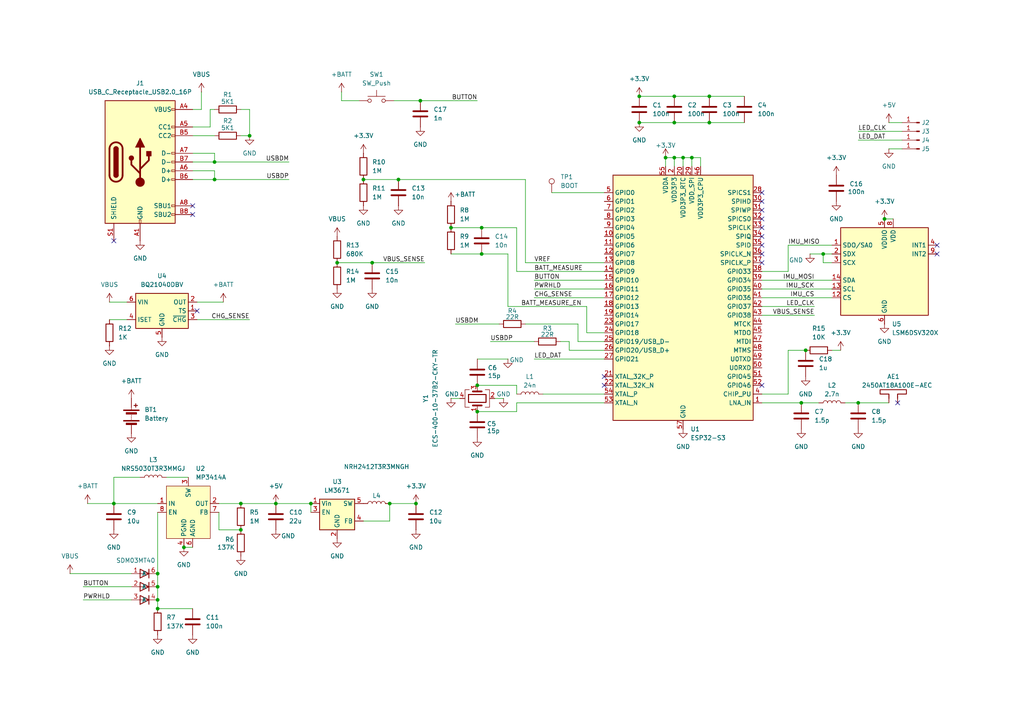
<source format=kicad_sch>
(kicad_sch (version 20250114) (generator "eeschema") (generator_version "9.0")
  (paper "A4")
  (lib_symbols
    (symbol "Battery_Management:BQ21040DBV"
      (property "Reference" "U" (at -7.62 6.35 0))
      (property "Value" "BQ21040DBV" (at 1.27 6.35 0))
      (symbol "BQ21040DBV_1_1"
        (pin power_in line (at -10.16 2.54 0) (length 2.54) (name "VIN") (number "6"))
        (pin input line (at -10.16 -2.54 0) (length 2.54) (name "ISET") (number "4"))
        (pin power_in line (at 0 -7.62 90) (length 2.54) (name "GND") (number "5"))
        (pin power_out line (at 10.16 2.54 180) (length 2.54) (name "OUT") (number "2"))
        (pin input line (at 10.16 0 180) (length 2.54) (name "TS") (number "1"))
        (pin open_collector line (at 10.16 -2.54 180) (length 2.54) (name "~{CHG}") (number "3"))
      )
    )
    (symbol "Connector:Conn_01x01_Pin" (pin_names (offset 1.016) (hide yes))
      (property "Reference" "J" (at 0 2.54 0))
      (property "Value" "Conn_01x01_Pin" (at 0 -2.54 0))
      (symbol "Conn_01x01_Pin_1_1"
        (pin passive line (at 5.08 0 180) (length 3.81) (name "Pin_1") (number "1"))
      )
    )
    (symbol "Connector:TestPoint" (pin_numbers (hide yes)) (pin_names (offset 0.762) (hide yes))
      (property "Reference" "TP" (at 0 6.858 0))
      (property "Value" "TestPoint" (at 0 5.08 0))
      (symbol "TestPoint_1_1"
        (pin passive line (at 0 0 90) (length 2.54) (name "1") (number "1"))
      )
    )
    (symbol "Connector:USB_C_Receptacle_USB2.0_16P" (pin_names (offset 1.016))
      (property "Reference" "J" (at 0 22.225 0))
      (property "Value" "USB_C_Receptacle_USB2.0_16P" (at 0 19.685 0))
      (symbol "USB_C_Receptacle_USB2.0_16P_1_1"
        (pin passive line (at -7.62 -22.86 90) (length 5.08) (name "SHIELD") (number "S1"))
        (pin passive line (at 0 -22.86 90) (length 5.08) (name "GND") (number "A1"))
        (pin passive line (at 0 -22.86 90) (length 5.08) (hide yes) (name "GND") (number "A12"))
        (pin passive line (at 0 -22.86 90) (length 5.08) (hide yes) (name "GND") (number "B1"))
        (pin passive line (at 0 -22.86 90) (length 5.08) (hide yes) (name "GND") (number "B12"))
        (pin passive line (at 15.24 15.24 180) (length 5.08) (name "VBUS") (number "A4"))
        (pin passive line (at 15.24 15.24 180) (length 5.08) (hide yes) (name "VBUS") (number "A9"))
        (pin passive line (at 15.24 15.24 180) (length 5.08) (hide yes) (name "VBUS") (number "B4"))
        (pin passive line (at 15.24 15.24 180) (length 5.08) (hide yes) (name "VBUS") (number "B9"))
        (pin bidirectional line (at 15.24 10.16 180) (length 5.08) (name "CC1") (number "A5"))
        (pin bidirectional line (at 15.24 7.62 180) (length 5.08) (name "CC2") (number "B5"))
        (pin bidirectional line (at 15.24 2.54 180) (length 5.08) (name "D-") (number "A7"))
        (pin bidirectional line (at 15.24 0 180) (length 5.08) (name "D-") (number "B7"))
        (pin bidirectional line (at 15.24 -2.54 180) (length 5.08) (name "D+") (number "A6"))
        (pin bidirectional line (at 15.24 -5.08 180) (length 5.08) (name "D+") (number "B6"))
        (pin bidirectional line (at 15.24 -12.7 180) (length 5.08) (name "SBU1") (number "A8"))
        (pin bidirectional line (at 15.24 -15.24 180) (length 5.08) (name "SBU2") (number "B8"))
      )
    )
    (symbol "Device:Antenna_Dipole" (pin_numbers (hide yes)) (pin_names (offset 1.016) (hide yes))
      (property "Reference" "AE" (at 1.27 1.27 0))
      (property "Value" "Antenna_Dipole" (at 1.27 0 0))
      (symbol "Antenna_Dipole_1_1"
        (pin input line (at 0 -5.08 90) (length 2.54) (name "~") (number "1"))
        (pin input line (at 2.54 -5.08 90) (length 2.54) (name "~") (number "2"))
      )
    )
    (symbol "Device:Battery" (pin_numbers (hide yes)) (pin_names (offset 0) (hide yes))
      (property "Reference" "BT" (at 2.54 2.54 0))
      (property "Value" "Battery" (at 2.54 0 0))
      (symbol "Battery_1_1"
        (pin passive line (at 0 5.08 270) (length 2.54) (name "+") (number "1"))
        (pin passive line (at 0 -5.08 90) (length 2.54) (name "-") (number "2"))
      )
    )
    (symbol "Device:C" (pin_numbers (hide yes)) (pin_names (offset 0.254))
      (property "Reference" "C" (at 0.635 2.54 0))
      (property "Value" "C" (at 0.635 -2.54 0))
      (symbol "C_1_1"
        (pin passive line (at 0 3.81 270) (length 2.794) (name "~") (number "1"))
        (pin passive line (at 0 -3.81 90) (length 2.794) (name "~") (number "2"))
      )
    )
    (symbol "Device:Crystal_GND24" (pin_names (offset 1.016) (hide yes))
      (property "Reference" "Y" (at 3.175 5.08 0))
      (property "Value" "Crystal_GND24" (at 3.175 3.175 0))
      (symbol "Crystal_GND24_1_1"
        (pin passive line (at -3.81 0 0) (length 1.27) (name "1") (number "1"))
        (pin passive line (at 0 5.08 270) (length 1.27) (name "2") (number "2"))
        (pin passive line (at 0 -5.08 90) (length 1.27) (name "4") (number "4"))
        (pin passive line (at 3.81 0 180) (length 1.27) (name "3") (number "3"))
      )
    )
    (symbol "Device:L" (pin_numbers (hide yes)) (pin_names (offset 1.016) (hide yes))
      (property "Reference" "L" (at -1.27 0 90))
      (property "Value" "L" (at 1.905 0 90))
      (symbol "L_1_1"
        (pin passive line (at 0 3.81 270) (length 1.27) (name "1") (number "1"))
        (pin passive line (at 0 -3.81 90) (length 1.27) (name "2") (number "2"))
      )
    )
    (symbol "Device:R" (pin_numbers (hide yes)) (pin_names (offset 0))
      (property "Reference" "R" (at 2.032 0 90))
      (property "Value" "R" (at 0 0 90))
      (symbol "R_1_1"
        (pin passive line (at 0 3.81 270) (length 1.27) (name "~") (number "1"))
        (pin passive line (at 0 -3.81 90) (length 1.27) (name "~") (number "2"))
      )
    )
    (symbol "MCU_Espressif:ESP32-S3"
      (property "Reference" "U" (at 10.16 -38.1 0))
      (property "Value" "ESP32-S3" (at 13.97 -40.64 0))
      (symbol "ESP32-S3_1_0"
        (pin passive line (at -5.08 38.1 270) (length 2.54) (hide yes) (name "VDDA") (number "56"))
        (pin bidirectional line (at 22.86 12.7 180) (length 2.54) (name "SPICLK_N") (number "36"))
        (pin bidirectional line (at 22.86 -10.16 180) (length 2.54) (name "MTDO") (number "45"))
        (pin bidirectional line (at 22.86 -22.86 180) (length 2.54) (name "GPIO45") (number "51"))
      )
      (symbol "ESP32-S3_1_1"
        (pin bidirectional line (at -22.86 30.48 0) (length 2.54) (name "GPIO0") (number "5"))
        (pin bidirectional line (at -22.86 27.94 0) (length 2.54) (name "GPIO1") (number "6"))
        (pin bidirectional line (at -22.86 25.4 0) (length 2.54) (name "GPIO2") (number "7"))
        (pin bidirectional line (at -22.86 22.86 0) (length 2.54) (name "GPIO3") (number "8"))
        (pin bidirectional line (at -22.86 20.32 0) (length 2.54) (name "GPIO4") (number "9"))
        (pin bidirectional line (at -22.86 17.78 0) (length 2.54) (name "GPIO5") (number "10"))
        (pin bidirectional line (at -22.86 15.24 0) (length 2.54) (name "GPIO6") (number "11"))
        (pin bidirectional line (at -22.86 12.7 0) (length 2.54) (name "GPIO7") (number "12"))
        (pin bidirectional line (at -22.86 10.16 0) (length 2.54) (name "GPIO8") (number "13"))
        (pin bidirectional line (at -22.86 7.62 0) (length 2.54) (name "GPIO9") (number "14"))
        (pin bidirectional line (at -22.86 5.08 0) (length 2.54) (name "GPIO10") (number "15"))
        (pin bidirectional line (at -22.86 2.54 0) (length 2.54) (name "GPIO11") (number "16"))
        (pin bidirectional line (at -22.86 0 0) (length 2.54) (name "GPIO12") (number "17"))
        (pin bidirectional line (at -22.86 -2.54 0) (length 2.54) (name "GPIO13") (number "18"))
        (pin bidirectional line (at -22.86 -5.08 0) (length 2.54) (name "GPIO14") (number "19"))
        (pin bidirectional line (at -22.86 -7.62 0) (length 2.54) (name "GPIO17") (number "23"))
        (pin bidirectional line (at -22.86 -10.16 0) (length 2.54) (name "GPIO18") (number "24"))
        (pin bidirectional line (at -22.86 -12.7 0) (length 2.54) (name "GPIO19/USB_D-") (number "25"))
        (pin bidirectional line (at -22.86 -15.24 0) (length 2.54) (name "GPIO20/USB_D+") (number "26"))
        (pin bidirectional line (at -22.86 -17.78 0) (length 2.54) (name "GPIO21") (number "27"))
        (pin passive line (at -22.86 -22.86 0) (length 2.54) (name "XTAL_32K_P") (number "21"))
        (pin passive line (at -22.86 -25.4 0) (length 2.54) (name "XTAL_32K_N") (number "22"))
        (pin input line (at -22.86 -27.94 0) (length 2.54) (name "XTAL_P") (number "54"))
        (pin output line (at -22.86 -30.48 0) (length 2.54) (name "XTAL_N") (number "53"))
        (pin power_in line (at -5.08 38.1 270) (length 2.54) (name "VDDA") (number "55"))
        (pin power_in line (at -2.54 38.1 270) (length 2.54) (name "VDD3P3") (number "2"))
        (pin passive line (at -2.54 38.1 270) (length 2.54) (hide yes) (name "VDD3P3") (number "3"))
        (pin power_in line (at 0 38.1 270) (length 2.54) (name "VDD3P3_RTC") (number "20"))
        (pin power_in line (at 0 -38.1 90) (length 2.54) (name "GND") (number "57"))
        (pin power_in line (at 2.54 38.1 270) (length 2.54) (name "VDD_SPI") (number "29"))
        (pin power_in line (at 5.08 38.1 270) (length 2.54) (name "VDD3P3_CPU") (number "46"))
        (pin bidirectional line (at 22.86 30.48 180) (length 2.54) (name "SPICS1") (number "28"))
        (pin bidirectional line (at 22.86 27.94 180) (length 2.54) (name "SPIHD") (number "30"))
        (pin bidirectional line (at 22.86 25.4 180) (length 2.54) (name "SPIWP") (number "31"))
        (pin bidirectional line (at 22.86 22.86 180) (length 2.54) (name "SPICS0") (number "32"))
        (pin bidirectional line (at 22.86 20.32 180) (length 2.54) (name "SPICLK") (number "33"))
        (pin bidirectional line (at 22.86 17.78 180) (length 2.54) (name "SPIQ") (number "34"))
        (pin bidirectional line (at 22.86 15.24 180) (length 2.54) (name "SPID") (number "35"))
        (pin bidirectional line (at 22.86 10.16 180) (length 2.54) (name "SPICLK_P") (number "37"))
        (pin bidirectional line (at 22.86 7.62 180) (length 2.54) (name "GPIO33") (number "38"))
        (pin bidirectional line (at 22.86 5.08 180) (length 2.54) (name "GPIO34") (number "39"))
        (pin bidirectional line (at 22.86 2.54 180) (length 2.54) (name "GPIO35") (number "40"))
        (pin bidirectional line (at 22.86 0 180) (length 2.54) (name "GPIO36") (number "41"))
        (pin bidirectional line (at 22.86 -2.54 180) (length 2.54) (name "GPIO37") (number "42"))
        (pin bidirectional line (at 22.86 -5.08 180) (length 2.54) (name "GPIO38") (number "43"))
        (pin bidirectional line (at 22.86 -7.62 180) (length 2.54) (name "MTCK") (number "44"))
        (pin bidirectional line (at 22.86 -12.7 180) (length 2.54) (name "MTDI") (number "47"))
        (pin bidirectional line (at 22.86 -15.24 180) (length 2.54) (name "MTMS") (number "48"))
        (pin bidirectional line (at 22.86 -17.78 180) (length 2.54) (name "U0TXD") (number "49"))
        (pin bidirectional line (at 22.86 -20.32 180) (length 2.54) (name "U0RXD") (number "50"))
        (pin bidirectional line (at 22.86 -25.4 180) (length 2.54) (name "GPIO46") (number "52"))
        (pin input line (at 22.86 -27.94 180) (length 2.54) (name "CHIP_PU") (number "4"))
        (pin bidirectional line (at 22.86 -30.48 180) (length 2.54) (name "LNA_IN") (number "1"))
      )
    )
    (symbol "Regulator_Switching:LM3670MF"
      (property "Reference" "U" (at -5.08 5.08 0))
      (property "Value" "LM3670MF" (at 0 5.08 0))
      (symbol "LM3670MF_1_1"
        (pin power_in line (at -7.62 2.54 0) (length 2.54) (name "Vin") (number "1"))
        (pin input line (at -7.62 0 0) (length 2.54) (name "EN") (number "3"))
        (pin power_in line (at 0 -7.62 90) (length 2.54) (name "GND") (number "2"))
        (pin input line (at 7.62 2.54 180) (length 2.54) (name "SW") (number "5"))
        (pin input line (at 7.62 -2.54 180) (length 2.54) (name "FB") (number "4"))
      )
    )
    (symbol "Sensor_Motion:LSM6DS3"
      (property "Reference" "U" (at -11.43 15.24 0))
      (property "Value" "LSM6DS3" (at -11.43 12.7 0))
      (symbol "LSM6DS3_1_1"
        (pin bidirectional line (at -15.24 7.62 0) (length 2.54) (name "SDO/SA0") (number "1"))
        (pin bidirectional line (at -15.24 5.08 0) (length 2.54) (name "SDX") (number "2"))
        (pin input line (at -15.24 2.54 0) (length 2.54) (name "SCX") (number "3"))
        (pin bidirectional line (at -15.24 -2.54 0) (length 2.54) (name "SDA") (number "14"))
        (pin input line (at -15.24 -5.08 0) (length 2.54) (name "SCL") (number "13"))
        (pin input line (at -15.24 -7.62 0) (length 2.54) (name "CS") (number "12"))
        (pin power_in line (at 0 15.24 270) (length 2.54) (name "VDDIO") (number "5"))
        (pin power_in line (at 0 -15.24 90) (length 2.54) (name "GND") (number "6"))
        (pin passive line (at 0 -15.24 90) (length 2.54) (hide yes) (name "GND") (number "7"))
        (pin power_in line (at 2.54 15.24 270) (length 2.54) (name "VDD") (number "8"))
        (pin no_connect line (at 12.7 -2.54 180) (length 3.81) (hide yes) (name "NC") (number "11"))
        (pin no_connect line (at 12.7 -5.08 180) (length 3.81) (hide yes) (name "NC") (number "10"))
        (pin output line (at 15.24 7.62 180) (length 2.54) (name "INT1") (number "4"))
        (pin output line (at 15.24 5.08 180) (length 2.54) (name "INT2") (number "9"))
      )
    )
    (symbol "Switch:SW_Push" (pin_numbers (hide yes)) (pin_names (offset 1.016) (hide yes))
      (property "Reference" "SW" (at 1.27 2.54 0))
      (property "Value" "SW_Push" (at 0 -1.524 0))
      (symbol "SW_Push_0_1"
        (pin passive line (at -5.08 0 0) (length 2.54) (name "1") (number "1"))
        (pin passive line (at 5.08 0 180) (length 2.54) (name "2") (number "2"))
      )
    )
    (symbol "custom:MP3414A"
      (property "Reference" "U" (at 3.81 -10.414 0))
      (symbol "MP3414A_1_1"
        (pin passive line (at -8.89 1.27 0) (length 2.54) (name "IN") (number "1"))
        (pin input line (at -8.89 -1.27 0) (length 2.54) (name "EN") (number "8"))
        (pin passive line (at -1.27 -11.43 90) (length 2.54) (name "PGND") (number "4"))
        (pin passive line (at 0 8.89 270) (length 2.54) (name "SW") (number "3"))
        (pin passive line (at 1.27 -11.43 90) (length 2.54) (name "AGND") (number "6"))
        (pin passive line (at 8.89 1.27 180) (length 2.54) (name "OUT") (number "2"))
        (pin passive line (at 8.89 -1.27 180) (length 2.54) (name "FB") (number "7"))
      )
    )
    (symbol "custom:SDM03MT40"
      (symbol "SDM03MT40_1_1"
        (pin passive line (at -3.81 0 0) (length 2.54) (name "K") (number "6"))
        (pin passive line (at 3.81 0 180) (length 2.54) (name "A") (number "1"))
      )
      (symbol "SDM03MT40_2_1"
        (pin passive line (at -3.81 0 0) (length 2.54) (name "K") (number "5"))
        (pin passive line (at 3.81 0 180) (length 2.54) (name "A") (number "2"))
      )
      (symbol "SDM03MT40_3_1"
        (pin passive line (at -3.81 0 0) (length 2.54) (name "K") (number "4"))
        (pin passive line (at 3.81 0 180) (length 2.54) (name "A") (number "3"))
      )
    )
    (symbol "power:+3.3V" (power) (pin_numbers (hide yes)) (pin_names (offset 0) (hide yes))
      (property "Value" "+3.3V" (at 0 3.556 0))
      (symbol "+3.3V_1_1"
        (pin power_in line (at 0 0 90) (length 0) (name "~") (number "1"))
      )
    )
    (symbol "power:+5V" (power) (pin_numbers (hide yes)) (pin_names (offset 0) (hide yes))
      (property "Value" "+5V" (at 0 3.556 0))
      (symbol "+5V_1_1"
        (pin power_in line (at 0 0 90) (length 0) (name "~") (number "1"))
      )
    )
    (symbol "power:+BATT" (power) (pin_numbers (hide yes)) (pin_names (offset 0) (hide yes))
      (property "Value" "+BATT" (at 0 3.556 0))
      (symbol "+BATT_1_1"
        (pin power_in line (at 0 0 90) (length 0) (name "~") (number "1"))
      )
    )
    (symbol "power:GND" (power) (pin_numbers (hide yes)) (pin_names (offset 0) (hide yes))
      (property "Value" "GND" (at 0 -3.81 0))
      (symbol "GND_1_1"
        (pin power_in line (at 0 0 270) (length 0) (name "~") (number "1"))
      )
    )
    (symbol "power:VBUS" (power) (pin_numbers (hide yes)) (pin_names (offset 0) (hide yes))
      (property "Value" "VBUS" (at 0 3.556 0))
      (symbol "VBUS_1_1"
        (pin power_in line (at 0 0 90) (length 0) (name "~") (number "1"))
      )
    )
  )
  (junction (at 138.43 119.38))
  (junction (at 113.03 146.05))
  (junction (at 45.72 173.99))
  (junction (at 195.58 45.72))
  (junction (at 139.7 66.04))
  (junction (at 248.92 116.84))
  (junction (at 200.66 45.72))
  (junction (at 80.01 146.05))
  (junction (at 139.7 73.66))
  (junction (at 45.72 170.18))
  (junction (at 198.12 45.72))
  (junction (at 232.41 116.84))
  (junction (at 205.74 27.94))
  (junction (at 90.17 146.05))
  (junction (at 256.54 63.5))
  (junction (at 105.41 52.07))
  (junction (at 107.95 76.2))
  (junction (at 72.39 39.37))
  (junction (at 233.68 101.6))
  (junction (at 62.23 46.99))
  (junction (at 45.72 176.53))
  (junction (at 121.92 29.21))
  (junction (at 53.34 158.75))
  (junction (at 193.04 45.72))
  (junction (at 33.02 146.05))
  (junction (at 45.72 166.37))
  (junction (at 69.85 146.05))
  (junction (at 62.23 52.07))
  (junction (at 130.81 66.04))
  (junction (at 238.76 73.66))
  (junction (at 138.43 111.76))
  (junction (at 120.65 146.05))
  (junction (at 97.79 76.2))
  (junction (at 69.85 153.67))
  (junction (at 195.58 35.56))
  (junction (at 185.42 27.94))
  (junction (at 205.74 35.56))
  (junction (at 195.58 27.94))
  (junction (at 185.42 35.56))
  (junction (at 115.57 52.07))
  (no_connect (at 33.02 69.85))
  (no_connect (at 220.98 55.88))
  (no_connect (at 220.98 71.12))
  (no_connect (at 55.88 62.23))
  (no_connect (at 220.98 73.66))
  (no_connect (at 220.98 111.76))
  (no_connect (at 260.35 116.84))
  (no_connect (at 220.98 76.2))
  (no_connect (at 57.15 90.17))
  (no_connect (at 220.98 58.42))
  (no_connect (at 220.98 60.96))
  (no_connect (at 55.88 59.69))
  (no_connect (at 271.78 71.12))
  (no_connect (at 175.26 111.76))
  (no_connect (at 175.26 109.22))
  (no_connect (at 220.98 63.5))
  (no_connect (at 271.78 73.66))
  (no_connect (at 220.98 68.58))
  (no_connect (at 220.98 66.04))
  (wire (pts (xy 139.7 73.66) (xy 147.32 73.66)))
  (wire (pts (xy 195.58 27.94) (xy 205.74 27.94)))
  (wire (pts (xy 241.3 101.6) (xy 243.84 101.6)))
  (wire (pts (xy 149.86 111.76) (xy 149.86 114.3)))
  (wire (pts (xy 62.23 46.99) (xy 83.82 46.99)))
  (wire (pts (xy 60.96 31.75) (xy 62.23 31.75)))
  (wire (pts (xy 154.94 104.14) (xy 175.26 104.14)))
  (wire (pts (xy 193.04 45.72) (xy 195.58 45.72)))
  (wire (pts (xy 257.81 35.56) (xy 261.62 35.56)))
  (wire (pts (xy 220.98 86.36) (xy 241.3 86.36)))
  (wire (pts (xy 175.26 101.6) (xy 165.1 101.6)))
  (wire (pts (xy 185.42 35.56) (xy 195.58 35.56)))
  (wire (pts (xy 228.6 101.6) (xy 233.68 101.6)))
  (wire (pts (xy 105.41 52.07) (xy 115.57 52.07)))
  (wire (pts (xy 205.74 35.56) (xy 215.9 35.56)))
  (wire (pts (xy 234.95 73.66) (xy 238.76 73.66)))
  (wire (pts (xy 55.88 36.83) (xy 60.96 36.83)))
  (wire (pts (xy 57.15 92.71) (xy 72.39 92.71)))
  (wire (pts (xy 113.03 146.05) (xy 113.03 151.13)))
  (wire (pts (xy 170.18 96.52) (xy 170.18 88.9)))
  (wire (pts (xy 149.86 66.04) (xy 149.86 78.74)))
  (wire (pts (xy 220.98 114.3) (xy 228.6 114.3)))
  (wire (pts (xy 138.43 111.76) (xy 149.86 111.76)))
  (wire (pts (xy 72.39 39.37) (xy 72.39 31.75)))
  (wire (pts (xy 138.43 119.38) (xy 149.86 119.38)))
  (wire (pts (xy 72.39 31.75) (xy 69.85 31.75)))
  (wire (pts (xy 48.26 138.43) (xy 54.61 138.43)))
  (wire (pts (xy 143.51 115.57) (xy 146.05 115.57)))
  (wire (pts (xy 62.23 49.53) (xy 55.88 49.53)))
  (wire (pts (xy 25.4 146.05) (xy 33.02 146.05)))
  (wire (pts (xy 220.98 78.74) (xy 228.6 78.74)))
  (wire (pts (xy 45.72 170.18) (xy 45.72 173.99)))
  (wire (pts (xy 60.96 36.83) (xy 60.96 31.75)))
  (wire (pts (xy 114.3 29.21) (xy 121.92 29.21)))
  (wire (pts (xy 130.81 66.04) (xy 139.7 66.04)))
  (wire (pts (xy 203.2 45.72) (xy 203.2 48.26)))
  (wire (pts (xy 62.23 52.07) (xy 62.23 49.53)))
  (wire (pts (xy 152.4 76.2) (xy 175.26 76.2)))
  (wire (pts (xy 58.42 26.67) (xy 58.42 31.75)))
  (wire (pts (xy 113.03 151.13) (xy 105.41 151.13)))
  (wire (pts (xy 20.32 166.37) (xy 38.1 166.37)))
  (wire (pts (xy 45.72 166.37) (xy 45.72 170.18)))
  (wire (pts (xy 248.92 40.64) (xy 261.62 40.64)))
  (wire (pts (xy 31.75 92.71) (xy 36.83 92.71)))
  (wire (pts (xy 40.64 138.43) (xy 33.02 138.43)))
  (wire (pts (xy 147.32 73.66) (xy 147.32 88.9)))
  (wire (pts (xy 63.5 153.67) (xy 63.5 148.59)))
  (wire (pts (xy 149.86 116.84) (xy 175.26 116.84)))
  (wire (pts (xy 83.82 52.07) (xy 62.23 52.07)))
  (wire (pts (xy 195.58 35.56) (xy 205.74 35.56)))
  (wire (pts (xy 149.86 119.38) (xy 149.86 116.84)))
  (wire (pts (xy 33.02 138.43) (xy 33.02 146.05)))
  (wire (pts (xy 248.92 116.84) (xy 257.81 116.84)))
  (wire (pts (xy 228.6 71.12) (xy 241.3 71.12)))
  (wire (pts (xy 220.98 116.84) (xy 232.41 116.84)))
  (wire (pts (xy 256.54 63.5) (xy 259.08 63.5)))
  (wire (pts (xy 115.57 52.07) (xy 152.4 52.07)))
  (wire (pts (xy 195.58 45.72) (xy 198.12 45.72)))
  (wire (pts (xy 53.34 158.75) (xy 55.88 158.75)))
  (wire (pts (xy 220.98 83.82) (xy 241.3 83.82)))
  (wire (pts (xy 139.7 66.04) (xy 149.86 66.04)))
  (wire (pts (xy 80.01 146.05) (xy 90.17 146.05)))
  (wire (pts (xy 130.81 73.66) (xy 139.7 73.66)))
  (wire (pts (xy 154.94 86.36) (xy 175.26 86.36)))
  (wire (pts (xy 69.85 39.37) (xy 72.39 39.37)))
  (wire (pts (xy 99.06 26.67) (xy 99.06 29.21)))
  (wire (pts (xy 195.58 45.72) (xy 195.58 48.26)))
  (wire (pts (xy 193.04 48.26) (xy 193.04 45.72)))
  (wire (pts (xy 241.3 73.66) (xy 238.76 73.66)))
  (wire (pts (xy 142.24 99.06) (xy 154.94 99.06)))
  (wire (pts (xy 162.56 99.06) (xy 165.1 99.06)))
  (wire (pts (xy 138.43 104.14) (xy 147.32 104.14)))
  (wire (pts (xy 63.5 146.05) (xy 69.85 146.05)))
  (wire (pts (xy 99.06 29.21) (xy 104.14 29.21)))
  (wire (pts (xy 45.72 148.59) (xy 45.72 166.37)))
  (wire (pts (xy 45.72 176.53) (xy 55.88 176.53)))
  (wire (pts (xy 97.79 76.2) (xy 107.95 76.2)))
  (wire (pts (xy 130.81 115.57) (xy 133.35 115.57)))
  (wire (pts (xy 149.86 78.74) (xy 175.26 78.74)))
  (wire (pts (xy 55.88 44.45) (xy 62.23 44.45)))
  (wire (pts (xy 55.88 39.37) (xy 62.23 39.37)))
  (wire (pts (xy 167.64 99.06) (xy 167.64 93.98)))
  (wire (pts (xy 58.42 31.75) (xy 55.88 31.75)))
  (wire (pts (xy 228.6 78.74) (xy 228.6 71.12)))
  (wire (pts (xy 147.32 88.9) (xy 170.18 88.9)))
  (wire (pts (xy 113.03 146.05) (xy 120.65 146.05)))
  (wire (pts (xy 220.98 81.28) (xy 241.3 81.28)))
  (wire (pts (xy 152.4 93.98) (xy 167.64 93.98)))
  (wire (pts (xy 257.81 43.18) (xy 261.62 43.18)))
  (wire (pts (xy 24.13 170.18) (xy 38.1 170.18)))
  (wire (pts (xy 55.88 46.99) (xy 62.23 46.99)))
  (wire (pts (xy 248.92 38.1) (xy 261.62 38.1)))
  (wire (pts (xy 69.85 146.05) (xy 80.01 146.05)))
  (wire (pts (xy 152.4 52.07) (xy 152.4 76.2)))
  (wire (pts (xy 107.95 76.2) (xy 123.19 76.2)))
  (wire (pts (xy 62.23 44.45) (xy 62.23 46.99)))
  (wire (pts (xy 185.42 27.94) (xy 195.58 27.94)))
  (wire (pts (xy 132.08 93.98) (xy 144.78 93.98)))
  (wire (pts (xy 154.94 81.28) (xy 175.26 81.28)))
  (wire (pts (xy 238.76 76.2) (xy 241.3 76.2)))
  (wire (pts (xy 200.66 45.72) (xy 203.2 45.72)))
  (wire (pts (xy 165.1 101.6) (xy 165.1 99.06)))
  (wire (pts (xy 205.74 27.94) (xy 215.9 27.94)))
  (wire (pts (xy 228.6 114.3) (xy 228.6 101.6)))
  (wire (pts (xy 198.12 45.72) (xy 198.12 48.26)))
  (wire (pts (xy 232.41 116.84) (xy 237.49 116.84)))
  (wire (pts (xy 198.12 45.72) (xy 200.66 45.72)))
  (wire (pts (xy 238.76 73.66) (xy 238.76 76.2)))
  (wire (pts (xy 69.85 153.67) (xy 63.5 153.67)))
  (wire (pts (xy 57.15 87.63) (xy 64.77 87.63)))
  (wire (pts (xy 33.02 146.05) (xy 45.72 146.05)))
  (wire (pts (xy 175.26 96.52) (xy 170.18 96.52)))
  (wire (pts (xy 24.13 173.99) (xy 38.1 173.99)))
  (wire (pts (xy 220.98 91.44) (xy 236.22 91.44)))
  (wire (pts (xy 31.75 87.63) (xy 36.83 87.63)))
  (wire (pts (xy 200.66 45.72) (xy 200.66 48.26)))
  (wire (pts (xy 154.94 83.82) (xy 175.26 83.82)))
  (wire (pts (xy 45.72 173.99) (xy 45.72 176.53)))
  (wire (pts (xy 245.11 116.84) (xy 248.92 116.84)))
  (wire (pts (xy 90.17 146.05) (xy 90.17 148.59)))
  (wire (pts (xy 175.26 99.06) (xy 167.64 99.06)))
  (wire (pts (xy 160.02 55.88) (xy 175.26 55.88)))
  (wire (pts (xy 121.92 29.21) (xy 138.43 29.21)))
  (wire (pts (xy 157.48 114.3) (xy 175.26 114.3)))
  (wire (pts (xy 220.98 88.9) (xy 236.22 88.9)))
  (wire (pts (xy 55.88 52.07) (xy 62.23 52.07)))
  (label "BUTTON" (at 154.94 81.28 0))
  (label "BUTTON" (at 138.43 29.21 180))
  (label "LED_DAT" (at 154.94 104.14 0))
  (label "CHG_SENSE" (at 154.94 86.36 0))
  (label "IMU_MISO" (at 228.6 71.12 0))
  (label "VBUS_SENSE" (at 123.19 76.2 180))
  (label "IMU_SCK" (at 236.22 83.82 180))
  (label "BUTTON" (at 24.13 170.18 0))
  (label "PWRHLD" (at 154.94 83.82 0))
  (label "IMU_CS" (at 236.22 86.36 180))
  (label "VBUS_SENSE" (at 236.22 91.44 180))
  (label "USBDP" (at 83.82 52.07 180))
  (label "LED_CLK" (at 248.92 38.1 0))
  (label "USBDM" (at 83.82 46.99 180))
  (label "USBDP" (at 142.24 99.06 0))
  (label "USBDM" (at 132.08 93.98 0))
  (label "LED_CLK" (at 236.22 88.9 180))
  (label "VREF" (at 154.94 76.2 0))
  (label "BATT_MEASURE_EN" (at 151.13 88.9 0))
  (label "BATT_MEASURE" (at 154.94 78.74 0))
  (label "IMU_MOSI" (at 236.22 81.28 180))
  (label "CHG_SENSE" (at 72.39 92.71 180))
  (label "PWRHLD" (at 24.13 173.99 0))
  (label "LED_DAT" (at 248.92 40.64 0))
  (symbol (lib_id "power:GND") (at 40.64 69.85 0) (unit 1)
    (property "Reference" "#PWR03" (effects (hide yes)))
    (property "Value" "GND" (at 40.64 74.93 0))
    (property "Description" "Power symbol creates a global label with name \"GND\" , ground" (effects (hide yes)))
  )
  (symbol (lib_id "power:GND") (at 147.32 104.14 0) (unit 1)
    (property "Reference" "#PWR010" (effects (hide yes)))
    (property "Value" "GND" (at 149.86 104.394 0))
    (property "Description" "Power symbol creates a global label with name \"GND\" , ground" (effects (hide yes)))
  )
  (symbol (lib_id "power:GND") (at 53.34 158.75 0) (unit 1)
    (property "Reference" "#PWR018" (effects (hide yes)))
    (property "Value" "GND" (at 53.34 163.83 0))
    (property "Description" "Power symbol creates a global label with name \"GND\" , ground" (effects (hide yes)))
  )
  (symbol (lib_id "power:+3.3V") (at 120.65 146.05 0) (unit 1)
    (property "Reference" "#PWR016" (effects (hide yes)))
    (property "Value" "+3.3V" (at 120.65 140.97 0))
    (property "Description" "Power symbol creates a global label with name \"+3.3V\"" (effects (hide yes)))
  )
  (symbol (lib_id "Device:C") (at 233.68 105.41 0) (unit 1)
    (property "Reference" "C18" (at 237.49 104.1399 0) (effects (justify left)))
    (property "Value" "1u" (at 237.49 106.6799 0) (effects (justify left)))
    (property "Footprint" "Capacitor_SMD:C_0201_0603Metric" (effects (hide yes)))
    (property "Description" "Unpolarized capacitor" (effects (hide yes)))
  )
  (symbol (lib_id "power:VBUS") (at 31.75 87.63 0) (unit 1)
    (property "Reference" "#PWR036" (effects (hide yes)))
    (property "Value" "VBUS" (at 31.75 82.55 0))
    (property "Description" "Power symbol creates a global label with name \"VBUS\"" (effects (hide yes)))
  )
  (symbol (lib_id "power:GND") (at 234.95 73.66 0) (unit 1)
    (property "Reference" "#PWR051" (effects (hide yes)))
    (property "Value" "GND" (at 230.886 75.438 0))
    (property "Description" "Power symbol creates a global label with name \"GND\" , ground" (effects (hide yes)))
  )
  (symbol (lib_id "power:GND") (at 256.54 93.98 0) (unit 1)
    (property "Reference" "#PWR049" (effects (hide yes)))
    (property "Value" "GND" (at 256.54 99.06 0))
    (property "Description" "Power symbol creates a global label with name \"GND\" , ground" (effects (hide yes)))
  )
  (symbol (lib_id "Device:C") (at 55.88 180.34 0) (unit 1)
    (property "Reference" "C11" (at 59.69 179.0699 0) (effects (justify left)))
    (property "Value" "100n" (at 59.69 181.6099 0) (effects (justify left)))
    (property "Footprint" "Capacitor_SMD:C_0201_0603Metric" (effects (hide yes)))
    (property "Description" "Unpolarized capacitor" (effects (hide yes)))
  )
  (symbol (lib_id "Device:R") (at 97.79 80.01 0) (unit 1)
    (property "Reference" "R14" (at 100.33 78.7399 0) (effects (justify left)))
    (property "Value" "1M" (at 100.33 81.2799 0) (effects (justify left)))
    (property "Footprint" "Capacitor_SMD:C_0201_0603Metric" (effects (hide yes)))
    (property "Description" "Resistor" (effects (hide yes)))
  )
  (symbol (lib_id "Device:C") (at 80.01 149.86 0) (unit 1)
    (property "Reference" "C10" (at 83.82 148.5899 0) (effects (justify left)))
    (property "Value" "22u" (at 83.82 151.1299 0) (effects (justify left)))
    (property "Footprint" "Capacitor_SMD:C_1206_3216Metric" (effects (hide yes)))
    (property "Description" "Unpolarized capacitor" (effects (hide yes)))
  )
  (symbol (lib_id "power:GND") (at 31.75 100.33 0) (unit 1)
    (property "Reference" "#PWR040" (effects (hide yes)))
    (property "Value" "GND" (at 31.75 105.41 0))
    (property "Description" "Power symbol creates a global label with name \"GND\" , ground" (effects (hide yes)))
  )
  (symbol (lib_id "power:GND") (at 33.02 153.67 0) (unit 1)
    (property "Reference" "#PWR017" (effects (hide yes)))
    (property "Value" "GND" (at 33.02 158.75 0))
    (property "Description" "Power symbol creates a global label with name \"GND\" , ground" (effects (hide yes)))
  )
  (symbol (lib_id "power:+3.3V") (at 243.84 101.6 0) (unit 1)
    (property "Reference" "#PWR015" (effects (hide yes)))
    (property "Value" "+3.3V" (at 243.84 96.52 0))
    (property "Description" "Power symbol creates a global label with name \"+3.3V\"" (effects (hide yes)))
  )
  (symbol (lib_id "Device:R") (at 158.75 99.06 90) (unit 1)
    (property "Reference" "R3" (at 158.75 95.25 90))
    (property "Value" "22R" (at 158.75 97.028 90))
    (property "Footprint" "Capacitor_SMD:C_0201_0603Metric" (effects (hide yes)))
    (property "Description" "Resistor" (effects (hide yes)))
  )
  (symbol (lib_id "power:GND") (at 185.42 35.56 0) (unit 1)
    (property "Reference" "#PWR06" (effects (hide yes)))
    (property "Value" "GND" (at 185.42 40.64 0))
    (property "Description" "Power symbol creates a global label with name \"GND\" , ground" (effects (hide yes)))
  )
  (symbol (lib_id "power:GND") (at 97.79 83.82 0) (unit 1)
    (property "Reference" "#PWR038" (effects (hide yes)))
    (property "Value" "GND" (at 97.79 88.9 0))
    (property "Description" "Power symbol creates a global label with name \"GND\" , ground" (effects (hide yes)))
  )
  (symbol (lib_id "power:VBUS") (at 97.79 68.58 0) (unit 1)
    (property "Reference" "#PWR037" (effects (hide yes)))
    (property "Value" "VBUS" (at 97.79 63.5 0))
    (property "Description" "Power symbol creates a global label with name \"VBUS\"" (effects (hide yes)))
  )
  (symbol (lib_id "Connector:Conn_01x01_Pin") (at 266.7 38.1 180) (unit 1)
    (property "Reference" "J3" (at 268.478 38.1 0))
    (property "Value" "Conn_01x01_Pin" (effects (hide yes)))
    (property "Footprint" "custom:Untitled" (effects (hide yes)))
    (property "Description" "Generic connector, single row, 01x01, script generated" (effects (hide yes)))
  )
  (symbol (lib_id "Device:R") (at 97.79 72.39 0) (unit 1)
    (property "Reference" "R13" (at 100.33 71.1199 0) (effects (justify left)))
    (property "Value" "680K" (at 100.33 73.6599 0) (effects (justify left)))
    (property "Footprint" "Capacitor_SMD:C_0201_0603Metric" (effects (hide yes)))
    (property "Description" "Resistor" (effects (hide yes)))
  )
  (symbol (lib_id "power:+5V") (at 80.01 146.05 0) (unit 1)
    (property "Reference" "#PWR022" (effects (hide yes)))
    (property "Value" "+5V" (at 80.01 140.97 0))
    (property "Description" "Power symbol creates a global label with name \"+5V\"" (effects (hide yes)))
  )
  (symbol (lib_id "Device:C") (at 120.65 149.86 0) (unit 1)
    (property "Reference" "C12" (at 124.46 148.5899 0) (effects (justify left)))
    (property "Value" "10u" (at 124.46 151.1299 0) (effects (justify left)))
    (property "Footprint" "Capacitor_SMD:C_1206_3216Metric" (effects (hide yes)))
    (property "Description" "Unpolarized capacitor" (effects (hide yes)))
  )
  (symbol (lib_id "power:GND") (at 242.57 58.42 0) (unit 1)
    (property "Reference" "#PWR047" (effects (hide yes)))
    (property "Value" "GND" (at 242.57 63.5 0))
    (property "Description" "Power symbol creates a global label with name \"GND\" , ground" (effects (hide yes)))
  )
  (symbol (lib_id "Device:C") (at 139.7 69.85 0) (unit 1)
    (property "Reference" "C14" (at 143.51 68.5799 0) (effects (justify left)))
    (property "Value" "10n" (at 143.51 71.1199 0) (effects (justify left)))
    (property "Footprint" "Capacitor_SMD:C_0201_0603Metric" (effects (hide yes)))
    (property "Description" "Unpolarized capacitor" (effects (hide yes)))
  )
  (symbol (lib_id "power:GND") (at 257.81 43.18 0) (unit 1)
    (property "Reference" "#PWR041" (effects (hide yes)))
    (property "Value" "GND" (at 257.81 48.26 0))
    (property "Description" "Power symbol creates a global label with name \"GND\" , ground" (effects (hide yes)))
  )
  (symbol (lib_id "power:+3.3V") (at 242.57 50.8 0) (unit 1)
    (property "Reference" "#PWR046" (effects (hide yes)))
    (property "Value" "+3.3V" (at 242.57 45.72 0))
    (property "Description" "Power symbol creates a global label with name \"+3.3V\"" (effects (hide yes)))
  )
  (symbol (lib_id "Connector:USB_C_Receptacle_USB2.0_16P") (at 40.64 46.99 0) (unit 1)
    (property "Reference" "J1" (at 40.64 24.13 0))
    (property "Value" "USB_C_Receptacle_USB2.0_16P" (at 40.64 26.67 0))
    (property "Footprint" "Connector_USB:USB_C_Receptacle_GCT_USB4105-xx-A_16P_TopMnt_Horizontal" (effects (hide yes)))
    (property "Datasheet" "https://www.usb.org/sites/default/files/documents/usb_type-c.zip" (effects (hide yes)))
    (property "Description" "USB 2.0-only 16P Type-C Receptacle connector" (effects (hide yes)))
  )
  (symbol (lib_id "Device:R") (at 69.85 157.48 0) (unit 1)
    (property "Reference" "R6" (at 65.278 156.464 0) (effects (justify left)))
    (property "Value" "137K" (at 62.992 158.75 0) (effects (justify left)))
    (property "Footprint" "Capacitor_SMD:C_0201_0603Metric" (effects (hide yes)))
    (property "Description" "Resistor" (effects (hide yes)))
  )
  (symbol (lib_id "Device:C") (at 115.57 55.88 0) (unit 1)
    (property "Reference" "C13" (at 119.38 54.6099 0) (effects (justify left)))
    (property "Value" "10n" (at 119.38 57.1499 0) (effects (justify left)))
    (property "Footprint" "Capacitor_SMD:C_0201_0603Metric" (effects (hide yes)))
    (property "Description" "Unpolarized capacitor" (effects (hide yes)))
  )
  (symbol (lib_id "power:GND") (at 130.81 115.57 0) (unit 1)
    (property "Reference" "#PWR09" (effects (hide yes)))
    (property "Value" "GND" (at 131.064 114.3 0))
    (property "Description" "Power symbol creates a global label with name \"GND\" , ground" (effects (hide yes)))
  )
  (symbol (lib_id "Connector:Conn_01x01_Pin") (at 266.7 43.18 180) (unit 1)
    (property "Reference" "J5" (at 268.478 43.18 0))
    (property "Value" "Conn_01x01_Pin" (effects (hide yes)))
    (property "Footprint" "custom:Untitled" (effects (hide yes)))
    (property "Description" "Generic connector, single row, 01x01, script generated" (effects (hide yes)))
  )
  (symbol (lib_id "custom:SDM03MT40") (at 41.91 173.99 180) (unit 3)
    (property "Reference" "D1" (effects (hide yes)))
    (property "Value" "SDM03MT40" (effects (hide yes)))
    (property "Footprint" "Package_TO_SOT_SMD:SOT-23-6" (effects (hide yes)))
  )
  (symbol (lib_id "power:GND") (at 55.88 184.15 0) (unit 1)
    (property "Reference" "#PWR025" (effects (hide yes)))
    (property "Value" "GND" (at 55.88 189.23 0))
    (property "Description" "Power symbol creates a global label with name \"GND\" , ground" (effects (hide yes)))
  )
  (symbol (lib_id "power:GND") (at 198.12 124.46 0) (unit 1)
    (property "Reference" "#PWR07" (effects (hide yes)))
    (property "Value" "GND" (at 198.12 129.54 0))
    (property "Description" "Power symbol creates a global label with name \"GND\" , ground" (effects (hide yes)))
  )
  (symbol (lib_id "power:+5V") (at 257.81 35.56 0) (unit 1)
    (property "Reference" "#PWR034" (effects (hide yes)))
    (property "Value" "+5V" (at 257.81 30.48 0))
    (property "Description" "Power symbol creates a global label with name \"+5V\"" (effects (hide yes)))
  )
  (symbol (lib_id "Device:R") (at 66.04 39.37 90) (unit 1)
    (property "Reference" "R2" (at 66.04 35.052 90))
    (property "Value" "5K1" (at 66.04 37.084 90))
    (property "Footprint" "Capacitor_SMD:C_0201_0603Metric" (effects (hide yes)))
    (property "Description" "Resistor" (effects (hide yes)))
  )
  (symbol (lib_id "Regulator_Switching:LM3670MF") (at 97.79 148.59 0) (unit 1)
    (property "Reference" "U3" (at 97.79 139.7 0))
    (property "Value" "LM3671" (at 97.79 142.24 0))
    (property "Footprint" "Package_TO_SOT_SMD:TSOT-23-5" (effects (hide yes)))
    (property "Datasheet" "http://www.ti.com/lit/ds/symlink/lm3670.pdf" (effects (hide yes)))
    (property "Description" "Miniature Step-Down DC-DC Converter for Ultralow Voltage Circuits, 2.5V < Vin < 5.5V, adjustable output voltage, SOT-23-5" (effects (hide yes)))
  )
  (symbol (lib_id "power:GND") (at 105.41 59.69 0) (unit 1)
    (property "Reference" "#PWR031" (effects (hide yes)))
    (property "Value" "GND" (at 105.41 64.77 0))
    (property "Description" "Power symbol creates a global label with name \"GND\" , ground" (effects (hide yes)))
  )
  (symbol (lib_id "Connector:TestPoint") (at 160.02 55.88 0) (unit 1)
    (property "Reference" "TP1" (at 162.56 51.3079 0) (effects (justify left)))
    (property "Value" "BOOT" (at 162.56 53.8479 0) (effects (justify left)))
    (property "Footprint" "TestPoint:TestPoint_Pad_D1.0mm" (effects (hide yes)))
    (property "Description" "test point" (effects (hide yes)))
  )
  (symbol (lib_id "Device:R") (at 69.85 149.86 0) (unit 1)
    (property "Reference" "R5" (at 72.39 148.5899 0) (effects (justify left)))
    (property "Value" "1M" (at 72.39 151.1299 0) (effects (justify left)))
    (property "Footprint" "Capacitor_SMD:C_0201_0603Metric" (effects (hide yes)))
    (property "Description" "Resistor" (effects (hide yes)))
  )
  (symbol (lib_id "Device:C") (at 242.57 54.61 0) (unit 1)
    (property "Reference" "C16" (at 246.38 53.3399 0) (effects (justify left)))
    (property "Value" "100n" (at 245.872 55.626 0) (effects (justify left)))
    (property "Footprint" "Capacitor_SMD:C_0402_1005Metric" (effects (hide yes)))
    (property "Description" "Unpolarized capacitor" (effects (hide yes)))
  )
  (symbol (lib_id "power:VBUS") (at 58.42 26.67 0) (unit 1)
    (property "Reference" "#PWR02" (effects (hide yes)))
    (property "Value" "VBUS" (at 58.42 21.59 0))
    (property "Description" "Power symbol creates a global label with name \"VBUS\"" (effects (hide yes)))
  )
  (symbol (lib_id "Switch:SW_Push") (at 109.22 29.21 0) (unit 1)
    (property "Reference" "SW1" (at 109.22 21.59 0))
    (property "Value" "SW_Push" (at 109.22 24.13 0))
    (property "Footprint" "Button_Switch_SMD:SW_SPST_EVQP7C" (effects (hide yes)))
    (property "Description" "Push button switch, generic, two pins" (effects (hide yes)))
  )
  (symbol (lib_id "power:GND") (at 80.01 153.67 0) (unit 1)
    (property "Reference" "#PWR020" (effects (hide yes)))
    (property "Value" "GND" (at 83.566 155.448 0))
    (property "Description" "Power symbol creates a global label with name \"GND\" , ground" (effects (hide yes)))
  )
  (symbol (lib_id "power:+BATT") (at 64.77 87.63 0) (unit 1)
    (property "Reference" "#PWR033" (effects (hide yes)))
    (property "Value" "+BATT" (at 64.77 82.55 0))
    (property "Description" "Power symbol creates a global label with name \"+BATT\"" (effects (hide yes)))
  )
  (symbol (lib_id "custom:SDM03MT40") (at 41.91 166.37 180) (unit 1)
    (property "Reference" "D1" (effects (hide yes)))
    (property "Value" "SDM03MT40" (at 39.37 162.56 0))
    (property "Footprint" "Package_TO_SOT_SMD:SOT-23-6" (effects (hide yes)))
  )
  (symbol (lib_id "Device:C") (at 33.02 149.86 0) (unit 1)
    (property "Reference" "C9" (at 36.83 148.5899 0) (effects (justify left)))
    (property "Value" "10u" (at 36.83 151.1299 0) (effects (justify left)))
    (property "Footprint" "Capacitor_SMD:C_1206_3216Metric" (effects (hide yes)))
    (property "Description" "Unpolarized capacitor" (effects (hide yes)))
  )
  (symbol (lib_id "power:GND") (at 38.1 125.73 0) (unit 1)
    (property "Reference" "#PWR044" (effects (hide yes)))
    (property "Value" "GND" (at 38.1 130.81 0))
    (property "Description" "Power symbol creates a global label with name \"GND\" , ground" (effects (hide yes)))
  )
  (symbol (lib_id "Device:C") (at 121.92 33.02 0) (unit 1)
    (property "Reference" "C17" (at 125.73 31.7499 0) (effects (justify left)))
    (property "Value" "1n" (at 125.73 34.2899 0) (effects (justify left)))
    (property "Footprint" "Capacitor_SMD:C_0201_0603Metric" (effects (hide yes)))
    (property "Description" "Unpolarized capacitor" (effects (hide yes)))
  )
  (symbol (lib_id "Device:Battery") (at 38.1 120.65 0) (unit 1)
    (property "Reference" "BT1" (at 41.91 118.8084 0) (effects (justify left)))
    (property "Value" "Battery" (at 41.91 121.3484 0) (effects (justify left)))
    (property "Footprint" "Connector_PinHeader_2.54mm:PinHeader_1x02_P2.54mm_Vertical" (effects (hide yes)))
    (property "Description" "Multiple-cell battery" (effects (hide yes)))
  )
  (symbol (lib_id "power:+3.3V") (at 193.04 45.72 0) (unit 1)
    (property "Reference" "#PWR04" (effects (hide yes)))
    (property "Value" "+3.3V" (at 193.04 42.164 0))
    (property "Description" "Power symbol creates a global label with name \"+3.3V\"" (effects (hide yes)))
  )
  (symbol (lib_id "Device:C") (at 185.42 31.75 0) (unit 1)
    (property "Reference" "C1" (at 189.23 30.4799 0) (effects (justify left)))
    (property "Value" "100n" (at 189.23 33.0199 0) (effects (justify left)))
    (property "Footprint" "Capacitor_SMD:C_0402_1005Metric" (effects (hide yes)))
    (property "Description" "Unpolarized capacitor" (effects (hide yes)))
  )
  (symbol (lib_id "power:GND") (at 107.95 83.82 0) (unit 1)
    (property "Reference" "#PWR039" (effects (hide yes)))
    (property "Value" "GND" (at 107.95 88.9 0))
    (property "Description" "Power symbol creates a global label with name \"GND\" , ground" (effects (hide yes)))
  )
  (symbol (lib_id "power:GND") (at 45.72 184.15 0) (unit 1)
    (property "Reference" "#PWR023" (effects (hide yes)))
    (property "Value" "GND" (at 45.72 189.23 0))
    (property "Description" "Power symbol creates a global label with name \"GND\" , ground" (effects (hide yes)))
  )
  (symbol (lib_id "Device:C") (at 248.92 120.65 0) (unit 1)
    (property "Reference" "C8" (at 252.73 119.3799 0) (effects (justify left)))
    (property "Value" "1.5p" (at 252.73 121.9199 0) (effects (justify left)))
    (property "Footprint" "Capacitor_SMD:C_0201_0603Metric" (effects (hide yes)))
    (property "Description" "Unpolarized capacitor" (effects (hide yes)))
  )
  (symbol (lib_id "Device:C") (at 138.43 107.95 0) (unit 1)
    (property "Reference" "C6" (at 141.478 106.68 0) (effects (justify left)))
    (property "Value" "15p" (at 141.478 108.966 0) (effects (justify left)))
    (property "Footprint" "Capacitor_SMD:C_0201_0603Metric" (effects (hide yes)))
    (property "Description" "Unpolarized capacitor" (effects (hide yes)))
  )
  (symbol (lib_id "Sensor_Motion:LSM6DS3") (at 256.54 78.74 0) (unit 1)
    (property "Reference" "U5" (at 258.6833 93.98 0) (effects (justify left)))
    (property "Value" "LSM6DSV320X" (at 258.6833 96.52 0) (effects (justify left)))
    (property "Footprint" "Package_LGA:LGA-14_3x2.5mm_P0.5mm_LayoutBorder3x4y" (effects (hide yes)))
    (property "Datasheet" "https://www.st.com/resource/en/datasheet/lsm6ds3tr-c.pdf" (effects (hide yes)))
    (property "Description" "I2C/SPI, iNEMO inertial module: always-on 3D accelerometer and 3D gyroscope" (effects (hide yes)))
  )
  (symbol (lib_id "Device:C") (at 232.41 120.65 0) (unit 1)
    (property "Reference" "C7" (at 236.22 119.3799 0) (effects (justify left)))
    (property "Value" "1.5p" (at 236.22 121.9199 0) (effects (justify left)))
    (property "Footprint" "Capacitor_SMD:C_0201_0603Metric" (effects (hide yes)))
    (property "Description" "Unpolarized capacitor" (effects (hide yes)))
  )
  (symbol (lib_id "power:+3.3V") (at 256.54 63.5 0) (unit 1)
    (property "Reference" "#PWR048" (effects (hide yes)))
    (property "Value" "+3.3V" (at 256.54 58.42 0))
    (property "Description" "Power symbol creates a global label with name \"+3.3V\"" (effects (hide yes)))
  )
  (symbol (lib_id "power:GND") (at 120.65 153.67 0) (unit 1)
    (property "Reference" "#PWR028" (effects (hide yes)))
    (property "Value" "GND" (at 120.65 158.75 0))
    (property "Description" "Power symbol creates a global label with name \"GND\" , ground" (effects (hide yes)))
  )
  (symbol (lib_id "Device:Antenna_Dipole") (at 257.81 111.76 0) (unit 1)
    (property "Reference" "AE1" (at 257.302 109.22 0) (effects (justify left)))
    (property "Value" "2450AT18A100E-AEC" (at 249.936 111.76 0) (effects (justify left)))
    (property "Footprint" "Resistor_SMD:R_1206_3216Metric" (effects (hide yes)))
    (property "Description" "Dipole antenna" (effects (hide yes)))
  )
  (symbol (lib_id "power:GND") (at 46.99 97.79 0) (unit 1)
    (property "Reference" "#PWR035" (effects (hide yes)))
    (property "Value" "GND" (at 46.99 102.87 0))
    (property "Description" "Power symbol creates a global label with name \"GND\" , ground" (effects (hide yes)))
  )
  (symbol (lib_id "Battery_Management:BQ21040DBV") (at 46.99 90.17 0) (unit 1)
    (property "Reference" "U4" (at 46.99 80.01 0))
    (property "Value" "BQ21040DBV" (at 46.99 82.55 0))
    (property "Footprint" "Package_TO_SOT_SMD:SOT-23-6" (effects (hide yes)))
    (property "Datasheet" "https://www.ti.com/lit/ds/symlink/bq21040.pdf" (effects (hide yes)))
    (property "Description" "Single cell, 0.8A Li-Ion/Li-Po linear charge management controller, up to 30V input, 4.2V charge voltage, Open-Drain Status Output, Temperature sense input, SOT-23-6" (effects (hide yes)))
  )
  (symbol (lib_id "Device:C") (at 205.74 31.75 0) (unit 1)
    (property "Reference" "C3" (at 209.55 30.4799 0) (effects (justify left)))
    (property "Value" "100n" (at 209.55 33.0199 0) (effects (justify left)))
    (property "Footprint" "Capacitor_SMD:C_0402_1005Metric" (effects (hide yes)))
    (property "Description" "Unpolarized capacitor" (effects (hide yes)))
  )
  (symbol (lib_id "power:+BATT") (at 38.1 115.57 0) (unit 1)
    (property "Reference" "#PWR042" (effects (hide yes)))
    (property "Value" "+BATT" (at 38.1 110.49 0))
    (property "Description" "Power symbol creates a global label with name \"+BATT\"" (effects (hide yes)))
  )
  (symbol (lib_id "Connector:Conn_01x01_Pin") (at 266.7 35.56 180) (unit 1)
    (property "Reference" "J2" (at 268.478 35.56 0))
    (property "Value" "Conn_01x01_Pin" (effects (hide yes)))
    (property "Footprint" "custom:Untitled" (effects (hide yes)))
    (property "Description" "Generic connector, single row, 01x01, script generated" (effects (hide yes)))
  )
  (symbol (lib_id "Device:R") (at 31.75 96.52 0) (unit 1)
    (property "Reference" "R12" (at 34.29 95.2499 0) (effects (justify left)))
    (property "Value" "1K" (at 34.29 97.7899 0) (effects (justify left)))
    (property "Footprint" "Capacitor_SMD:C_0201_0603Metric" (effects (hide yes)))
    (property "Description" "Resistor" (effects (hide yes)))
  )
  (symbol (lib_id "power:GND") (at 97.79 156.21 0) (unit 1)
    (property "Reference" "#PWR027" (effects (hide yes)))
    (property "Value" "GND" (at 97.79 161.29 0))
    (property "Description" "Power symbol creates a global label with name \"GND\" , ground" (effects (hide yes)))
  )
  (symbol (lib_id "power:GND") (at 146.05 115.57 0) (unit 1)
    (property "Reference" "#PWR08" (effects (hide yes)))
    (property "Value" "GND" (at 146.05 114.3 0))
    (property "Description" "Power symbol creates a global label with name \"GND\" , ground" (effects (hide yes)))
  )
  (symbol (lib_id "custom:MP3414A") (at 54.61 147.32 0) (unit 1)
    (property "Reference" "U2" (at 56.7533 135.89 0) (effects (justify left)))
    (property "Value" "MP3414A" (at 56.7533 138.43 0) (effects (justify left)))
    (property "Footprint" "Package_TO_SOT_SMD:TSOT-23-8" (effects (hide yes)))
  )
  (symbol (lib_id "Device:R") (at 130.81 62.23 0) (unit 1)
    (property "Reference" "R8" (at 133.35 60.9599 0) (effects (justify left)))
    (property "Value" "1M" (at 133.35 63.4999 0) (effects (justify left)))
    (property "Footprint" "Capacitor_SMD:C_0201_0603Metric" (effects (hide yes)))
    (property "Description" "Resistor" (effects (hide yes)))
  )
  (symbol (lib_id "Device:R") (at 66.04 31.75 90) (unit 1)
    (property "Reference" "R1" (at 66.04 27.432 90))
    (property "Value" "5K1" (at 66.04 29.464 90))
    (property "Footprint" "Capacitor_SMD:C_0201_0603Metric" (effects (hide yes)))
    (property "Description" "Resistor" (effects (hide yes)))
  )
  (symbol (lib_id "power:GND") (at 121.92 36.83 0) (unit 1)
    (property "Reference" "#PWR043" (effects (hide yes)))
    (property "Value" "GND" (at 121.92 41.91 0))
    (property "Description" "Power symbol creates a global label with name \"GND\" , ground" (effects (hide yes)))
  )
  (symbol (lib_id "Device:C") (at 215.9 31.75 0) (unit 1)
    (property "Reference" "C4" (at 219.71 30.4799 0) (effects (justify left)))
    (property "Value" "100n" (at 219.71 33.0199 0) (effects (justify left)))
    (property "Footprint" "Capacitor_SMD:C_0402_1005Metric" (effects (hide yes)))
    (property "Description" "Unpolarized capacitor" (effects (hide yes)))
  )
  (symbol (lib_id "power:+BATT") (at 99.06 26.67 0) (unit 1)
    (property "Reference" "#PWR026" (effects (hide yes)))
    (property "Value" "+BATT" (at 99.06 21.59 0))
    (property "Description" "Power symbol creates a global label with name \"+BATT\"" (effects (hide yes)))
  )
  (symbol (lib_id "Device:L") (at 153.67 114.3 90) (unit 1)
    (property "Reference" "L1" (at 153.67 109.22 90))
    (property "Value" "24n" (at 153.67 111.76 90))
    (property "Footprint" "Inductor_SMD:L_0201_0603Metric" (effects (hide yes)))
    (property "Description" "Inductor" (effects (hide yes)))
  )
  (symbol (lib_id "power:GND") (at 115.57 59.69 0) (unit 1)
    (property "Reference" "#PWR032" (effects (hide yes)))
    (property "Value" "GND" (at 115.57 64.77 0))
    (property "Description" "Power symbol creates a global label with name \"GND\" , ground" (effects (hide yes)))
  )
  (symbol (lib_id "Device:C") (at 195.58 31.75 0) (unit 1)
    (property "Reference" "C2" (at 199.39 30.4799 0) (effects (justify left)))
    (property "Value" "100n" (at 199.39 33.0199 0) (effects (justify left)))
    (property "Footprint" "Capacitor_SMD:C_0402_1005Metric" (effects (hide yes)))
    (property "Description" "Unpolarized capacitor" (effects (hide yes)))
  )
  (symbol (lib_id "power:+3.3V") (at 185.42 27.94 0) (unit 1)
    (property "Reference" "#PWR05" (effects (hide yes)))
    (property "Value" "+3.3V" (at 185.42 22.86 0))
    (property "Description" "Power symbol creates a global label with name \"+3.3V\"" (effects (hide yes)))
  )
  (symbol (lib_id "Device:C") (at 138.43 123.19 0) (unit 1)
    (property "Reference" "C5" (at 141.224 122.936 0) (effects (justify left)))
    (property "Value" "15p" (at 141.224 124.968 0) (effects (justify left)))
    (property "Footprint" "Capacitor_SMD:C_0201_0603Metric" (effects (hide yes)))
    (property "Description" "Unpolarized capacitor" (effects (hide yes)))
  )
  (symbol (lib_id "custom:SDM03MT40") (at 41.91 170.18 180) (unit 2)
    (property "Reference" "D1" (effects (hide yes)))
    (property "Value" "SDM03MT40" (effects (hide yes)))
    (property "Footprint" "Package_TO_SOT_SMD:SOT-23-6" (effects (hide yes)))
  )
  (symbol (lib_id "Connector:Conn_01x01_Pin") (at 266.7 40.64 180) (unit 1)
    (property "Reference" "J4" (at 268.478 40.64 0))
    (property "Value" "Conn_01x01_Pin" (effects (hide yes)))
    (property "Footprint" "custom:Untitled" (effects (hide yes)))
    (property "Description" "Generic connector, single row, 01x01, script generated" (effects (hide yes)))
  )
  (symbol (lib_id "power:GND") (at 248.92 124.46 0) (unit 1)
    (property "Reference" "#PWR013" (effects (hide yes)))
    (property "Value" "GND" (at 248.92 129.54 0))
    (property "Description" "Power symbol creates a global label with name \"GND\" , ground" (effects (hide yes)))
  )
  (symbol (lib_id "Device:L") (at 44.45 138.43 90) (unit 1)
    (property "Reference" "L3" (at 44.45 133.35 90))
    (property "Value" "NRS5030T3R3MMGJ" (at 44.45 135.89 90))
    (property "Footprint" "Inductor_SMD:L_Taiyo-Yuden_NR-50xx" (effects (hide yes)))
    (property "Description" "Inductor" (effects (hide yes)))
  )
  (symbol (lib_id "Device:R") (at 148.59 93.98 90) (unit 1)
    (property "Reference" "R4" (at 148.59 90.17 90))
    (property "Value" "22R" (at 148.59 91.948 90))
    (property "Footprint" "Capacitor_SMD:C_0201_0603Metric" (effects (hide yes)))
    (property "Description" "Resistor" (effects (hide yes)))
  )
  (symbol (lib_id "power:GND") (at 232.41 124.46 0) (unit 1)
    (property "Reference" "#PWR012" (effects (hide yes)))
    (property "Value" "GND" (at 232.41 129.54 0))
    (property "Description" "Power symbol creates a global label with name \"GND\" , ground" (effects (hide yes)))
  )
  (symbol (lib_id "power:GND") (at 233.68 109.22 0) (unit 1)
    (property "Reference" "#PWR014" (effects (hide yes)))
    (property "Value" "GND" (at 233.68 114.3 0))
    (property "Description" "Power symbol creates a global label with name \"GND\" , ground" (effects (hide yes)))
  )
  (symbol (lib_id "Device:Crystal_GND24") (at 138.43 115.57 270) (mirror x) (unit 1)
    (property "Reference" "Y1" (at 123.444 115.57 0))
    (property "Value" "ECS-400-10-37B2-CKY-TR" (at 126.238 115.57 0))
    (property "Footprint" "Crystal:Crystal_SMD_2016-4Pin_2.0x1.6mm" (effects (hide yes)))
    (property "Description" "Four pin crystal, GND on pins 2 and 4" (effects (hide yes)))
  )
  (symbol (lib_id "power:+BATT") (at 130.81 58.42 0) (unit 1)
    (property "Reference" "#PWR029" (effects (hide yes)))
    (property "Value" "+BATT" (at 134.874 56.388 0))
    (property "Description" "Power symbol creates a global label with name \"+BATT\"" (effects (hide yes)))
  )
  (symbol (lib_id "Device:R") (at 130.81 69.85 0) (unit 1)
    (property "Reference" "R9" (at 133.35 68.5799 0) (effects (justify left)))
    (property "Value" "1M" (at 133.35 71.1199 0) (effects (justify left)))
    (property "Footprint" "Capacitor_SMD:C_0201_0603Metric" (effects (hide yes)))
    (property "Description" "Resistor" (effects (hide yes)))
  )
  (symbol (lib_id "Device:C") (at 107.95 80.01 0) (unit 1)
    (property "Reference" "C15" (at 111.76 78.7399 0) (effects (justify left)))
    (property "Value" "10n" (at 111.76 81.2799 0) (effects (justify left)))
    (property "Footprint" "Capacitor_SMD:C_0201_0603Metric" (effects (hide yes)))
    (property "Description" "Unpolarized capacitor" (effects (hide yes)))
  )
  (symbol (lib_id "power:+BATT") (at 25.4 146.05 0) (unit 1)
    (property "Reference" "#PWR021" (effects (hide yes)))
    (property "Value" "+BATT" (at 25.4 140.97 0))
    (property "Description" "Power symbol creates a global label with name \"+BATT\"" (effects (hide yes)))
  )
  (symbol (lib_id "Device:R") (at 45.72 180.34 0) (unit 1)
    (property "Reference" "R7" (at 48.26 179.0699 0) (effects (justify left)))
    (property "Value" "137K" (at 48.26 181.6099 0) (effects (justify left)))
    (property "Footprint" "Capacitor_SMD:C_0201_0603Metric" (effects (hide yes)))
    (property "Description" "Resistor" (effects (hide yes)))
  )
  (symbol (lib_id "Device:R") (at 105.41 55.88 0) (unit 1)
    (property "Reference" "R11" (at 107.95 54.6099 0) (effects (justify left)))
    (property "Value" "1M" (at 107.95 57.1499 0) (effects (justify left)))
    (property "Footprint" "Capacitor_SMD:C_0201_0603Metric" (effects (hide yes)))
    (property "Description" "Resistor" (effects (hide yes)))
  )
  (symbol (lib_id "Device:L") (at 109.22 146.05 90) (unit 1)
    (property "Reference" "L4" (at 109.22 143.764 90))
    (property "Value" "NRH2412T3R3MNGH" (at 109.22 135.382 90))
    (property "Footprint" "Inductor_SMD:L_Taiyo-Yuden_NR-24xx" (effects (hide yes)))
    (property "Description" "Inductor" (effects (hide yes)))
  )
  (symbol (lib_id "power:VBUS") (at 20.32 166.37 0) (unit 1)
    (property "Reference" "#PWR024" (effects (hide yes)))
    (property "Value" "VBUS" (at 20.32 161.29 0))
    (property "Description" "Power symbol creates a global label with name \"VBUS\"" (effects (hide yes)))
  )
  (symbol (lib_id "Device:R") (at 237.49 101.6 90) (unit 1)
    (property "Reference" "R15" (at 237.49 95.25 90))
    (property "Value" "10K" (at 237.49 97.79 90))
    (property "Footprint" "Resistor_SMD:R_0201_0603Metric" (effects (hide yes)))
    (property "Description" "Resistor" (effects (hide yes)))
  )
  (symbol (lib_id "power:+3.3V") (at 105.41 44.45 0) (unit 1)
    (property "Reference" "#PWR030" (effects (hide yes)))
    (property "Value" "+3.3V" (at 105.41 39.37 0))
    (property "Description" "Power symbol creates a global label with name \"+3.3V\"" (effects (hide yes)))
  )
  (symbol (lib_id "power:GND") (at 138.43 127 0) (unit 1)
    (property "Reference" "#PWR011" (effects (hide yes)))
    (property "Value" "GND" (at 138.43 132.08 0))
    (property "Description" "Power symbol creates a global label with name \"GND\" , ground" (effects (hide yes)))
  )
  (symbol (lib_id "Device:R") (at 105.41 48.26 0) (unit 1)
    (property "Reference" "R10" (at 107.95 46.9899 0) (effects (justify left)))
    (property "Value" "1M" (at 107.95 49.5299 0) (effects (justify left)))
    (property "Footprint" "Capacitor_SMD:C_0201_0603Metric" (effects (hide yes)))
    (property "Description" "Resistor" (effects (hide yes)))
  )
  (symbol (lib_id "MCU_Espressif:ESP32-S3") (at 198.12 86.36 0) (unit 1)
    (property "Reference" "U1" (at 200.2633 124.46 0) (effects (justify left)))
    (property "Value" "ESP32-S3" (at 200.2633 127 0) (effects (justify left)))
    (property "Footprint" "Package_DFN_QFN:QFN-56-1EP_7x7mm_P0.4mm_EP4x4mm" (effects (hide yes)))
    (property "Datasheet" "https://www.espressif.com/sites/default/files/documentation/esp32-s3_datasheet_en.pdf" (effects (hide yes)))
    (property "Description" "Microcontroller, Wi-Fi 802.11b/g/n, Bluetooth, 32bit" (effects (hide yes)))
  )
  (symbol (lib_id "power:GND") (at 69.85 161.29 0) (unit 1)
    (property "Reference" "#PWR019" (effects (hide yes)))
    (property "Value" "GND" (at 69.85 166.37 0))
    (property "Description" "Power symbol creates a global label with name \"GND\" , ground" (effects (hide yes)))
  )
  (symbol (lib_id "power:GND") (at 72.39 39.37 0) (unit 1)
    (property "Reference" "#PWR01" (effects (hide yes)))
    (property "Value" "GND" (at 72.39 44.45 0))
    (property "Description" "Power symbol creates a global label with name \"GND\" , ground" (effects (hide yes)))
  )
  (symbol (lib_id "Device:L") (at 241.3 116.84 90) (unit 1)
    (property "Reference" "L2" (at 241.3 111.76 90))
    (property "Value" "2.7n" (at 241.3 114.3 90))
    (property "Footprint" "Inductor_SMD:L_0201_0603Metric" (effects (hide yes)))
    (property "Description" "Inductor" (effects (hide yes)))
  )
)
</source>
